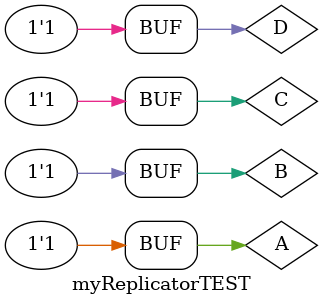
<source format=v>
`timescale 1ns / 1ps

module myReplicatorTEST;


  reg A,B,C,D;
  wire OUT;
  
  replicator myReplicator(
    .a( A ),
    .b( B ),
    .c( C ),
    .d( D ),
    .out( OUT )
   );
   
   initial
   begin
     $monitor( A, B, C, D );
     A = 1'b0;
     B = 1'b0;
     C = 1'b0;
     D = 1'b0;
     
     #10
     A = 1'b0;
     B = 1'b0;
     C = 1'b0;
     D = 1'b1; 
    
     #10
     A = 1'b0;
     B = 1'b0;
     C = 1'b1;
     D = 1'b0;
     
     #10
     A = 1'b0;
     B = 1'b0;
     C = 1'b1;
     D = 1'b1;
     
     #10
     A = 1'b0;
     B = 1'b1;
     C = 1'b0;
     D = 1'b0;
     
     #10
     A = 1'b0;
     B = 1'b1;
     C = 1'b0;
     D = 1'b1;
     
     #10
     A = 1'b0;
     B = 1'b1;
     C = 1'b1;
     D = 1'b1;
     
     #10
     A = 1'b1;
     B = 1'b0;
     C = 1'b0;
     D = 1'b0;
     
     #10
     A = 1'b1;
     B = 1'b0;
     C = 1'b0;
     D = 1'b1;
     
     #10
     A = 1'b1;
     B = 1'b0;
     C = 1'b1;
     D = 1'b0;
     
     #10
     A = 1'b1;
     B = 1'b0;
     C = 1'b1;
     D = 1'b1;
     
     #10
     A = 1'b1;
     B = 1'b1;
     C = 1'b0;
     D = 1'b0;
     
     #10
     A = 1'b1;
     B = 1'b1;
     C = 1'b0;
     D = 1'b1;
     
     #10
     A = 1'b1;
     B = 1'b1;
     C = 1'b1;
     D = 1'b0;
     
     #10
     A = 1'b1;
     B = 1'b1;
     C = 1'b1;
     D = 1'b1;
     
   end



endmodule

</source>
